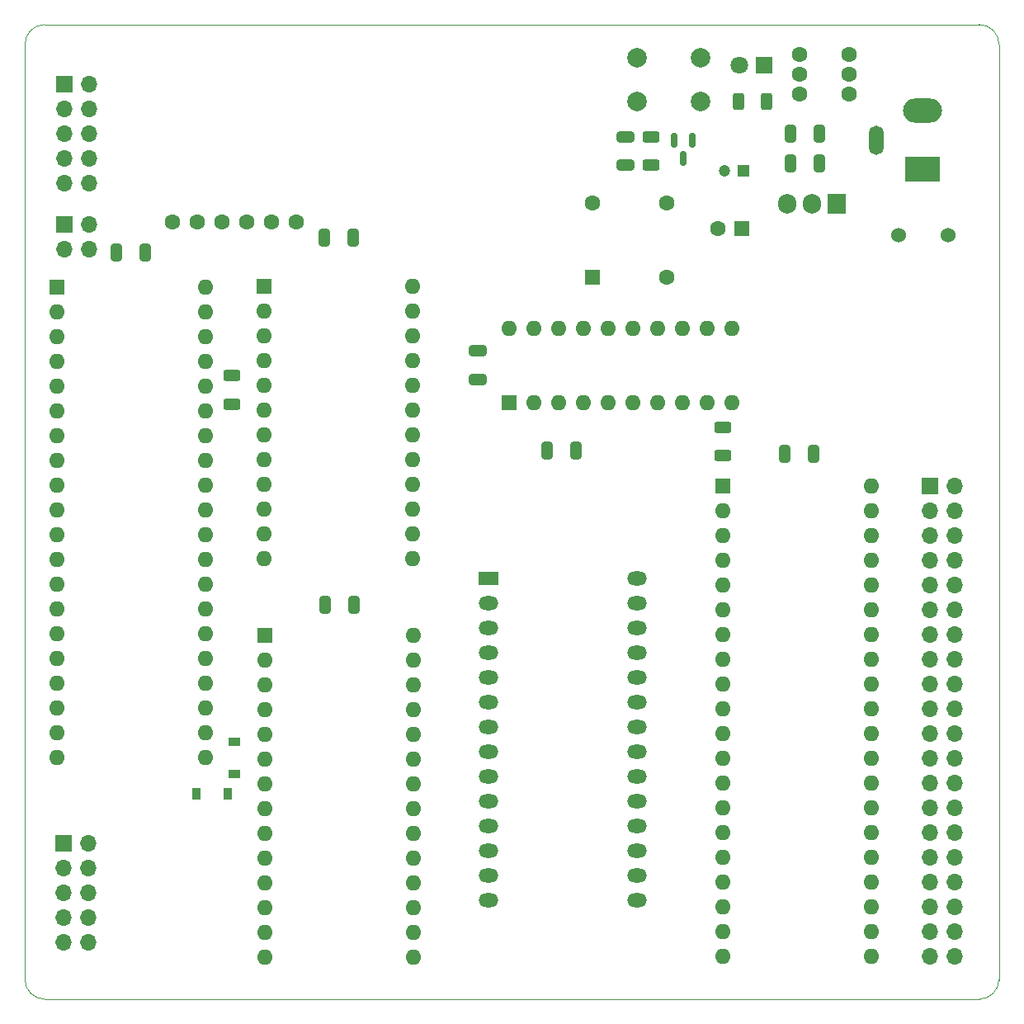
<source format=gts>
G04 #@! TF.GenerationSoftware,KiCad,Pcbnew,6.0.11+dfsg-1*
G04 #@! TF.CreationDate,2024-06-12T11:52:24+08:00*
G04 #@! TF.ProjectId,DIY65C02.V2.CPU.Board,44495936-3543-4303-922e-56322e435055,rev?*
G04 #@! TF.SameCoordinates,Original*
G04 #@! TF.FileFunction,Soldermask,Top*
G04 #@! TF.FilePolarity,Negative*
%FSLAX46Y46*%
G04 Gerber Fmt 4.6, Leading zero omitted, Abs format (unit mm)*
G04 Created by KiCad (PCBNEW 6.0.11+dfsg-1) date 2024-06-12 11:52:24*
%MOMM*%
%LPD*%
G01*
G04 APERTURE LIST*
G04 Aperture macros list*
%AMRoundRect*
0 Rectangle with rounded corners*
0 $1 Rounding radius*
0 $2 $3 $4 $5 $6 $7 $8 $9 X,Y pos of 4 corners*
0 Add a 4 corners polygon primitive as box body*
4,1,4,$2,$3,$4,$5,$6,$7,$8,$9,$2,$3,0*
0 Add four circle primitives for the rounded corners*
1,1,$1+$1,$2,$3*
1,1,$1+$1,$4,$5*
1,1,$1+$1,$6,$7*
1,1,$1+$1,$8,$9*
0 Add four rect primitives between the rounded corners*
20,1,$1+$1,$2,$3,$4,$5,0*
20,1,$1+$1,$4,$5,$6,$7,0*
20,1,$1+$1,$6,$7,$8,$9,0*
20,1,$1+$1,$8,$9,$2,$3,0*%
G04 Aperture macros list end*
G04 #@! TA.AperFunction,Profile*
%ADD10C,0.100000*%
G04 #@! TD*
%ADD11RoundRect,0.250000X0.312500X0.625000X-0.312500X0.625000X-0.312500X-0.625000X0.312500X-0.625000X0*%
%ADD12RoundRect,0.250000X-0.625000X0.312500X-0.625000X-0.312500X0.625000X-0.312500X0.625000X0.312500X0*%
%ADD13C,1.524000*%
%ADD14R,1.800000X1.800000*%
%ADD15C,1.800000*%
%ADD16RoundRect,0.250000X0.625000X-0.312500X0.625000X0.312500X-0.625000X0.312500X-0.625000X-0.312500X0*%
%ADD17R,1.600000X1.600000*%
%ADD18O,1.600000X1.600000*%
%ADD19RoundRect,0.250000X-0.325000X-0.650000X0.325000X-0.650000X0.325000X0.650000X-0.325000X0.650000X0*%
%ADD20C,1.600000*%
%ADD21R,1.700000X1.700000*%
%ADD22O,1.700000X1.700000*%
%ADD23RoundRect,0.250000X0.325000X0.650000X-0.325000X0.650000X-0.325000X-0.650000X0.325000X-0.650000X0*%
%ADD24R,1.905000X2.000000*%
%ADD25O,1.905000X2.000000*%
%ADD26C,2.000000*%
%ADD27R,0.900000X1.200000*%
%ADD28R,1.200000X1.200000*%
%ADD29C,1.200000*%
%ADD30RoundRect,0.250000X-0.650000X0.325000X-0.650000X-0.325000X0.650000X-0.325000X0.650000X0.325000X0*%
%ADD31RoundRect,0.250000X0.650000X-0.325000X0.650000X0.325000X-0.650000X0.325000X-0.650000X-0.325000X0*%
%ADD32R,2.000000X1.440000*%
%ADD33O,2.000000X1.440000*%
%ADD34RoundRect,0.150000X-0.150000X0.587500X-0.150000X-0.587500X0.150000X-0.587500X0.150000X0.587500X0*%
%ADD35R,3.600000X2.600000*%
%ADD36O,4.000000X2.500000*%
%ADD37O,1.500000X3.000000*%
%ADD38R,1.200000X0.900000*%
G04 APERTURE END LIST*
D10*
X59944000Y-49784000D02*
G75*
G03*
X57912000Y-51816000I0J-2032000D01*
G01*
X59940000Y-149782000D02*
X155825000Y-149782000D01*
X57908000Y-147750000D02*
G75*
G03*
X59940000Y-149782000I2032000J0D01*
G01*
X157861000Y-147828000D02*
X157861000Y-51816000D01*
X57912000Y-51816000D02*
X57912000Y-147828000D01*
X157861000Y-51816000D02*
G75*
G03*
X155829000Y-49784000I-2032000J0D01*
G01*
X155829000Y-49784000D02*
X59944000Y-49784000D01*
X155829000Y-149782000D02*
G75*
G03*
X157861000Y-147750000I0J2032000D01*
G01*
D11*
X134050500Y-57658000D03*
X131125500Y-57658000D03*
D12*
X129540000Y-91095100D03*
X129540000Y-94020100D03*
D13*
X152603200Y-71358000D03*
X147574000Y-71358000D03*
D14*
X133731000Y-53975000D03*
D15*
X131191000Y-53975000D03*
D16*
X79180000Y-88752500D03*
X79180000Y-85827500D03*
D17*
X129535000Y-97160000D03*
D18*
X129535000Y-99700000D03*
X129535000Y-102240000D03*
X129535000Y-104780000D03*
X129535000Y-107320000D03*
X129535000Y-109860000D03*
X129535000Y-112400000D03*
X129535000Y-114940000D03*
X129535000Y-117480000D03*
X129535000Y-120020000D03*
X129535000Y-122560000D03*
X129535000Y-125100000D03*
X129535000Y-127640000D03*
X129535000Y-130180000D03*
X129535000Y-132720000D03*
X129535000Y-135260000D03*
X129535000Y-137800000D03*
X129535000Y-140340000D03*
X129535000Y-142880000D03*
X129535000Y-145420000D03*
X144775000Y-145420000D03*
X144775000Y-142880000D03*
X144775000Y-140340000D03*
X144775000Y-137800000D03*
X144775000Y-135260000D03*
X144775000Y-132720000D03*
X144775000Y-130180000D03*
X144775000Y-127640000D03*
X144775000Y-125100000D03*
X144775000Y-122560000D03*
X144775000Y-120020000D03*
X144775000Y-117480000D03*
X144775000Y-114940000D03*
X144775000Y-112400000D03*
X144775000Y-109860000D03*
X144775000Y-107320000D03*
X144775000Y-104780000D03*
X144775000Y-102240000D03*
X144775000Y-99700000D03*
X144775000Y-97160000D03*
D19*
X135913600Y-93853000D03*
X138863600Y-93853000D03*
D17*
X61163200Y-76733400D03*
D18*
X61163200Y-79273400D03*
X61163200Y-81813400D03*
X61163200Y-84353400D03*
X61163200Y-86893400D03*
X61163200Y-89433400D03*
X61163200Y-91973400D03*
X61163200Y-94513400D03*
X61163200Y-97053400D03*
X61163200Y-99593400D03*
X61163200Y-102133400D03*
X61163200Y-104673400D03*
X61163200Y-107213400D03*
X61163200Y-109753400D03*
X61163200Y-112293400D03*
X61163200Y-114833400D03*
X61163200Y-117373400D03*
X61163200Y-119913400D03*
X61163200Y-122453400D03*
X61163200Y-124993400D03*
X76403200Y-124993400D03*
X76403200Y-122453400D03*
X76403200Y-119913400D03*
X76403200Y-117373400D03*
X76403200Y-114833400D03*
X76403200Y-112293400D03*
X76403200Y-109753400D03*
X76403200Y-107213400D03*
X76403200Y-104673400D03*
X76403200Y-102133400D03*
X76403200Y-99593400D03*
X76403200Y-97053400D03*
X76403200Y-94513400D03*
X76403200Y-91973400D03*
X76403200Y-89433400D03*
X76403200Y-86893400D03*
X76403200Y-84353400D03*
X76403200Y-81813400D03*
X76403200Y-79273400D03*
X76403200Y-76733400D03*
D20*
X137440000Y-52880000D03*
X137440000Y-54880000D03*
X137440000Y-56880000D03*
X142520000Y-52880000D03*
X142520000Y-54880000D03*
X142520000Y-56880000D03*
D19*
X88695000Y-109321600D03*
X91645000Y-109321600D03*
D21*
X61930600Y-70261800D03*
D22*
X64470600Y-70261800D03*
X61930600Y-72801800D03*
X64470600Y-72801800D03*
D17*
X131507113Y-70739000D03*
D20*
X129007113Y-70739000D03*
D23*
X139397000Y-60960000D03*
X136447000Y-60960000D03*
D24*
X141224000Y-68199000D03*
D25*
X138684000Y-68199000D03*
X136144000Y-68199000D03*
D12*
X122174000Y-61297700D03*
X122174000Y-64222700D03*
D17*
X107619800Y-88620600D03*
D18*
X110159800Y-88620600D03*
X112699800Y-88620600D03*
X115239800Y-88620600D03*
X117779800Y-88620600D03*
X120319800Y-88620600D03*
X122859800Y-88620600D03*
X125399800Y-88620600D03*
X127939800Y-88620600D03*
X130479800Y-88620600D03*
X130479800Y-81000600D03*
X127939800Y-81000600D03*
X125399800Y-81000600D03*
X122859800Y-81000600D03*
X120319800Y-81000600D03*
X117779800Y-81000600D03*
X115239800Y-81000600D03*
X112699800Y-81000600D03*
X110159800Y-81000600D03*
X107619800Y-81000600D03*
D21*
X61920200Y-55935800D03*
D22*
X64460200Y-55935800D03*
X61920200Y-58475800D03*
X64460200Y-58475800D03*
X61920200Y-61015800D03*
X64460200Y-61015800D03*
X61920200Y-63555800D03*
X64460200Y-63555800D03*
X61920200Y-66095800D03*
X64460200Y-66095800D03*
D19*
X111529600Y-93472000D03*
X114479600Y-93472000D03*
D26*
X127210000Y-53220000D03*
X120710000Y-53220000D03*
X127210000Y-57720000D03*
X120710000Y-57720000D03*
D27*
X75464400Y-128701800D03*
X78764400Y-128701800D03*
D28*
X131655600Y-64770000D03*
D29*
X129655600Y-64770000D03*
D30*
X119507000Y-61285200D03*
X119507000Y-64235200D03*
D31*
X104419400Y-86233000D03*
X104419400Y-83283000D03*
D32*
X105511600Y-106629200D03*
D33*
X105511600Y-109169200D03*
X105511600Y-111709200D03*
X105511600Y-114249200D03*
X105511600Y-116789200D03*
X105511600Y-119329200D03*
X105511600Y-121869200D03*
X105511600Y-124409200D03*
X105511600Y-126949200D03*
X105511600Y-129489200D03*
X105511600Y-132029200D03*
X105511600Y-134569200D03*
X105511600Y-137109200D03*
X105511600Y-139649200D03*
X120751600Y-139649200D03*
X120751600Y-137109200D03*
X120751600Y-134569200D03*
X120751600Y-132029200D03*
X120751600Y-129489200D03*
X120751600Y-126949200D03*
X120751600Y-124409200D03*
X120751600Y-121869200D03*
X120751600Y-119329200D03*
X120751600Y-116789200D03*
X120751600Y-114249200D03*
X120751600Y-111709200D03*
X120751600Y-109169200D03*
X120751600Y-106629200D03*
D19*
X88645000Y-71650000D03*
X91595000Y-71650000D03*
D21*
X150744000Y-97160000D03*
D22*
X153284000Y-97160000D03*
X150744000Y-99700000D03*
X153284000Y-99700000D03*
X150744000Y-102240000D03*
X153284000Y-102240000D03*
X150744000Y-104780000D03*
X153284000Y-104780000D03*
X150744000Y-107320000D03*
X153284000Y-107320000D03*
X150744000Y-109860000D03*
X153284000Y-109860000D03*
X150744000Y-112400000D03*
X153284000Y-112400000D03*
X150744000Y-114940000D03*
X153284000Y-114940000D03*
X150744000Y-117480000D03*
X153284000Y-117480000D03*
X150744000Y-120020000D03*
X153284000Y-120020000D03*
X150744000Y-122560000D03*
X153284000Y-122560000D03*
X150744000Y-125100000D03*
X153284000Y-125100000D03*
X150744000Y-127640000D03*
X153284000Y-127640000D03*
X150744000Y-130180000D03*
X153284000Y-130180000D03*
X150744000Y-132720000D03*
X153284000Y-132720000D03*
X150744000Y-135260000D03*
X153284000Y-135260000D03*
X150744000Y-137800000D03*
X153284000Y-137800000D03*
X150744000Y-140340000D03*
X153284000Y-140340000D03*
X150744000Y-142880000D03*
X153284000Y-142880000D03*
X150744000Y-145420000D03*
X153284000Y-145420000D03*
D34*
X126400600Y-61622700D03*
X124500600Y-61622700D03*
X125450600Y-63497700D03*
D17*
X82550000Y-112471200D03*
D18*
X82550000Y-115011200D03*
X82550000Y-117551200D03*
X82550000Y-120091200D03*
X82550000Y-122631200D03*
X82550000Y-125171200D03*
X82550000Y-127711200D03*
X82550000Y-130251200D03*
X82550000Y-132791200D03*
X82550000Y-135331200D03*
X82550000Y-137871200D03*
X82550000Y-140411200D03*
X82550000Y-142951200D03*
X82550000Y-145491200D03*
X97790000Y-145491200D03*
X97790000Y-142951200D03*
X97790000Y-140411200D03*
X97790000Y-137871200D03*
X97790000Y-135331200D03*
X97790000Y-132791200D03*
X97790000Y-130251200D03*
X97790000Y-127711200D03*
X97790000Y-125171200D03*
X97790000Y-122631200D03*
X97790000Y-120091200D03*
X97790000Y-117551200D03*
X97790000Y-115011200D03*
X97790000Y-112471200D03*
D17*
X82468800Y-76652200D03*
D18*
X82468800Y-79192200D03*
X82468800Y-81732200D03*
X82468800Y-84272200D03*
X82468800Y-86812200D03*
X82468800Y-89352200D03*
X82468800Y-91892200D03*
X82468800Y-94432200D03*
X82468800Y-96972200D03*
X82468800Y-99512200D03*
X82468800Y-102052200D03*
X82468800Y-104592200D03*
X97708800Y-104592200D03*
X97708800Y-102052200D03*
X97708800Y-99512200D03*
X97708800Y-96972200D03*
X97708800Y-94432200D03*
X97708800Y-91892200D03*
X97708800Y-89352200D03*
X97708800Y-86812200D03*
X97708800Y-84272200D03*
X97708800Y-81732200D03*
X97708800Y-79192200D03*
X97708800Y-76652200D03*
D35*
X149987000Y-64627000D03*
D36*
X149987000Y-58627000D03*
D37*
X145287000Y-61627000D03*
D17*
X116179600Y-75742800D03*
D20*
X123799600Y-75742800D03*
X123799600Y-68122800D03*
X116179600Y-68122800D03*
D21*
X61899800Y-133807200D03*
D22*
X64439800Y-133807200D03*
X61899800Y-136347200D03*
X64439800Y-136347200D03*
X61899800Y-138887200D03*
X64439800Y-138887200D03*
X61899800Y-141427200D03*
X64439800Y-141427200D03*
X61899800Y-143967200D03*
X64439800Y-143967200D03*
D38*
X79375000Y-123343400D03*
X79375000Y-126643400D03*
D20*
X73050000Y-70020000D03*
X75590000Y-70020000D03*
X78130000Y-70020000D03*
X80670000Y-70020000D03*
X83210000Y-70020000D03*
X85750000Y-70020000D03*
D19*
X67308200Y-73152000D03*
X70258200Y-73152000D03*
X136447000Y-64008000D03*
X139397000Y-64008000D03*
M02*

</source>
